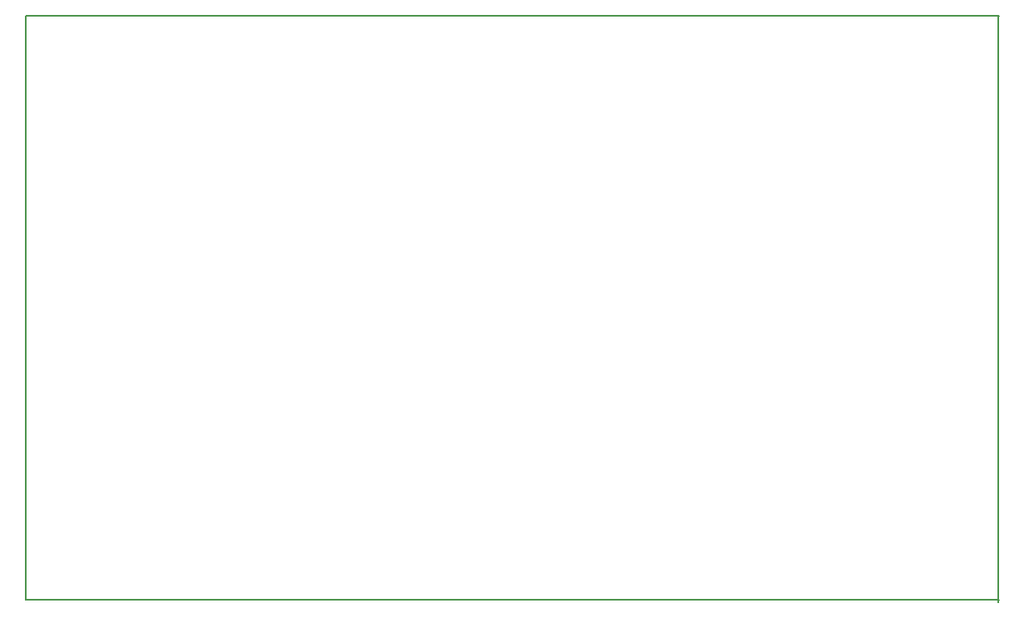
<source format=gko>
G04*
G04 #@! TF.GenerationSoftware,Altium Limited,Altium Designer,18.0.7 (293)*
G04*
G04 Layer_Color=16711935*
%FSLAX25Y25*%
%MOIN*%
G70*
G01*
G75*
%ADD10C,0.00787*%
D10*
X0Y500D02*
Y234500D01*
Y0D02*
X390500D01*
X390000Y-1000D02*
Y234000D01*
X0Y234500D02*
X390500D01*
M02*

</source>
